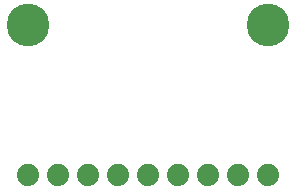
<source format=gbr>
G04 EAGLE Gerber RS-274X export*
G75*
%MOMM*%
%FSLAX34Y34*%
%LPD*%
%INSoldermask Bottom*%
%IPPOS*%
%AMOC8*
5,1,8,0,0,1.08239X$1,22.5*%
G01*
%ADD10C,3.617600*%
%ADD11C,1.879600*%


D10*
X228600Y152400D03*
X25400Y152400D03*
D11*
X25400Y25400D03*
X50800Y25400D03*
X76200Y25400D03*
X101600Y25400D03*
X127000Y25400D03*
X152400Y25400D03*
X177800Y25400D03*
X203200Y25400D03*
X228600Y25400D03*
M02*

</source>
